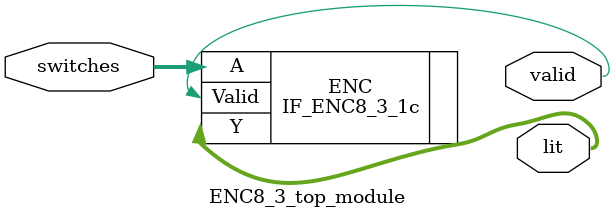
<source format=v>
`timescale 1ns / 1ps
`default_nettype none

module ENC8_3_top_module(
	// input wire clk100MHz, 
	// input wire rst, 
	input wire [7:0] switches,
	// output wire [7:0] LEDSEL, 
	// output wire [7:0] LEDOUT,
	output wire [2:0] lit,
    output wire valid
);
    // supply1 [7:0] vcc;
    // wire DONT_USE, clk_5KHz;
    // wire [2:0] y;

    
    // assign lit = y;

    IF_ENC8_3_1c ENC (	
    	.A(switches),
        .Y(lit),
	    .Valid(valid)	     
    );
endmodule

</source>
